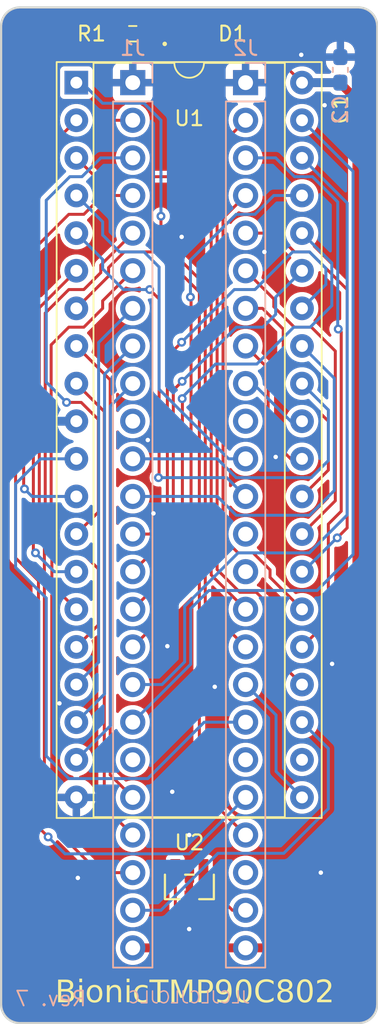
<source format=kicad_pcb>
(kicad_pcb (version 20240108) (generator "pcbnew") (generator_version "8.0")
  (title_block (title "BionicTMP90C802") (date "2024-12-10") (rev "7") (company "Tadashi G. Takaoka"))
  (layers (0 "F.Cu" signal) (31 "B.Cu" signal) (34 "B.Paste" user) (35 "F.Paste" user) (36 "B.SilkS" user "B.Silkscreen") (37 "F.SilkS" user "F.Silkscreen") (38 "B.Mask" user) (39 "F.Mask" user) (44 "Edge.Cuts" user))
  (net 0 "")
  (net 1 "VCC")
  (net 2 "GND")
  (net 3 "/P53")
  (net 5 "/P26")
  (net 6 "/P27")
  (net 7 "/P47")
  (net 8 "/P46")
  (net 9 "/P25")
  (net 10 "/P24")
  (net 11 "/P23")
  (net 12 "/P22")
  (net 13 "/P21")
  (net 14 "/P20")
  (net 15 "/P34")
  (net 16 "/P35")
  (net 17 "/P17")
  (net 18 "/P36")
  (net 19 "/P16")
  (net 20 "/P15")
  (net 21 "/P14")
  (net 22 "/P13")
  (net 23 "/P55")
  (net 24 "/P12")
  (net 25 "/P11")
  (net 26 "/P44")
  (net 27 "/P10")
  (net 28 "/P45")
  (net 29 "/P33")
  (net 30 "/P32")
  (net 31 "/P31")
  (net 32 "/P30")
  (net 33 "/P51")
  (net 34 "/P54")
  (net 35 "/P52")
  (net 36 "/P50")
  (net 37 "/P37")
  (net 38 "/P40")
  (net 42 "Net-(J2-P57)")
  (net 45 "/P41")
  (net 48 "Net-(D1-K)")
  (footprint "rhom:LED_CSL1901UW1_ROM-M" (layer "F.Cu") (at 113.7 71.778)
    (property "Reference" "D1" (at 2.921 0 0) (layer "F.SilkS"))
    (property "Value" "CSL1901UW1")
    (fp_circle (center -1.651 0.6858) (end -1.5748 0.6858) (stroke (width 0.1524)) (fill none) (layer "F.SilkS"))
    (pad "1" smd rect (at -0.8763 0) (size 0.9652 0.762) (layers "F.Cu" "F.Paste" "F.Mask") (net 48 "Net-(D1-K)"))
    (pad "2" smd rect (at 0.8763 0) (size 0.9652 0.762) (layers "F.Cu" "F.Paste" "F.Mask") (net 1 "VCC"))
    (zone (net 0) (net_name "") (layer "F.Cu") (connect_pads (clearance 0)) (min_thickness 0.254)
      (keepout (tracks not_allowed) (vias not_allowed) (pads allowed) (copperpour not_allowed) (footprints allowed))
      (fill (thermal_gap 0.508) (thermal_bridge_width 0.508))
      (polygon (pts (xy 113.3571 71.4224) (xy 114.0429 71.4224) (xy 114.0429 72.1336) (xy 113.3571 72.1336)))
    )
  )
  (footprint "bionic:DIP-40_W15.24mm_Socket" (layer "F.Cu") (at 106.08 75.08)
    (property "Reference" "U1" (at 7.62 2.413 0) (layer "F.SilkS"))
    (property "Value" "TMP90C802A")
    (fp_line (start -1.33 -1.39) (end -1.33 49.65) (stroke (width 0.12)) (layer "F.SilkS"))
    (fp_line (start -1.33 49.65) (end 16.57 49.65) (stroke (width 0.12)) (layer "F.SilkS"))
    (fp_line (start 1.16 -1.33) (end 1.16 49.59) (stroke (width 0.12)) (layer "F.SilkS"))
    (fp_line (start 1.16 49.59) (end 14.08 49.59) (stroke (width 0.12)) (layer "F.SilkS"))
    (fp_line (start 6.62 -1.33) (end 1.16 -1.33) (stroke (width 0.12)) (layer "F.SilkS"))
    (fp_line (start 14.08 -1.33) (end 8.62 -1.33) (stroke (width 0.12)) (layer "F.SilkS"))
    (fp_line (start 14.08 49.59) (end 14.08 -1.33) (stroke (width 0.12)) (layer "F.SilkS"))
    (fp_line (start 16.57 -1.39) (end -1.33 -1.39) (stroke (width 0.12)) (layer "F.SilkS"))
    (fp_line (start 16.57 49.65) (end 16.57 -1.39) (stroke (width 0.12)) (layer "F.SilkS"))
    (fp_arc (start 8.62 -1.33) (mid 7.62 -0.33) (end 6.62 -1.33) (stroke (width 0.12)) (layer "F.SilkS"))
    (pad "1" thru_hole rect (at 0 0) (size 1.6 1.6) (drill 0.8) (layers "*.Cu" "*.Mask") (net 28 "/P45"))
    (pad "2" thru_hole oval (at 0 2.54) (size 1.6 1.6) (drill 0.8) (layers "*.Cu" "*.Mask") (net 34 "/P54"))
    (pad "3" thru_hole oval (at 0 5.08) (size 1.6 1.6) (drill 0.8) (layers "*.Cu" "*.Mask") (net 26 "/P44"))
    (pad "4" thru_hole oval (at 0 7.62) (size 1.6 1.6) (drill 0.8) (layers "*.Cu" "*.Mask") (net 38 "/P40"))
    (pad "5" thru_hole oval (at 0 10.16) (size 1.6 1.6) (drill 0.8) (layers "*.Cu" "*.Mask") (net 45 "/P41"))
    (pad "6" thru_hole oval (at 0 12.7) (size 1.6 1.6) (drill 0.8) (layers "*.Cu" "*.Mask") (net 35 "/P52"))
    (pad "7" thru_hole oval (at 0 15.24) (size 1.6 1.6) (drill 0.8) (layers "*.Cu" "*.Mask") (net 23 "/P55"))
    (pad "8" thru_hole oval (at 0 17.78) (size 1.6 1.6) (drill 0.8) (layers "*.Cu" "*.Mask") (net 36 "/P50"))
    (pad "9" thru_hole oval (at 0 20.32) (size 1.6 1.6) (drill 0.8) (layers "*.Cu" "*.Mask") (net 33 "/P51"))
    (pad "10" thru_hole oval (at 0 22.86) (size 1.6 1.6) (drill 0.8) (layers "*.Cu" "*.Mask") (net 2 "GND"))
    (pad "11" thru_hole oval (at 0 25.4) (size 1.6 1.6) (drill 0.8) (layers "*.Cu" "*.Mask") (net 7 "/P47"))
    (pad "12" thru_hole oval (at 0 27.94) (size 1.6 1.6) (drill 0.8) (layers "*.Cu" "*.Mask") (net 27 "/P10"))
    (pad "13" thru_hole oval (at 0 30.48) (size 1.6 1.6) (drill 0.8) (layers "*.Cu" "*.Mask") (net 25 "/P11"))
    (pad "14" thru_hole oval (at 0 33.02) (size 1.6 1.6) (drill 0.8) (layers "*.Cu" "*.Mask") (net 24 "/P12"))
    (pad "15" thru_hole oval (at 0 35.56) (size 1.6 1.6) (drill 0.8) (layers "*.Cu" "*.Mask") (net 22 "/P13"))
    (pad "16" thru_hole oval (at 0 38.1) (size 1.6 1.6) (drill 0.8) (layers "*.Cu" "*.Mask") (net 21 "/P14"))
    (pad "17" thru_hole oval (at 0 40.64) (size 1.6 1.6) (drill 0.8) (layers "*.Cu" "*.Mask") (net 20 "/P15"))
    (pad "18" thru_hole oval (at 0 43.18) (size 1.6 1.6) (drill 0.8) (layers "*.Cu" "*.Mask") (net 19 "/P16"))
    (pad "19" thru_hole oval (at 0 45.72) (size 1.6 1.6) (drill 0.8) (layers "*.Cu" "*.Mask") (net 17 "/P17"))
    (pad "20" thru_hole oval (at 0 48.26) (size 1.6 1.6) (drill 0.8) (layers "*.Cu" "*.Mask") (net 2 "GND"))
    (pad "21" thru_hole oval (at 15.24 48.26) (size 1.6 1.6) (drill 0.8) (layers "*.Cu" "*.Mask") (net 8 "/P46"))
    (pad "22" thru_hole oval (at 15.24 45.72) (size 1.6 1.6) (drill 0.8) (layers "*.Cu" "*.Mask"))
    (pad "23" thru_hole oval (at 15.24 43.18) (size 1.6 1.6) (drill 0.8) (layers "*.Cu" "*.Mask") (net 3 "/P53"))
    (pad "24" thru_hole oval (at 15.24 40.64) (size 1.6 1.6) (drill 0.8) (layers "*.Cu" "*.Mask") (net 14 "/P20"))
    (pad "25" thru_hole oval (at 15.24 38.1) (size 1.6 1.6) (drill 0.8) (layers "*.Cu" "*.Mask") (net 13 "/P21"))
    (pad "26" thru_hole oval (at 15.24 35.56) (size 1.6 1.6) (drill 0.8) (layers "*.Cu" "*.Mask") (net 12 "/P22"))
    (pad "27" thru_hole oval (at 15.24 33.02) (size 1.6 1.6) (drill 0.8) (layers "*.Cu" "*.Mask") (net 11 "/P23"))
    (pad "28" thru_hole oval (at 15.24 30.48) (size 1.6 1.6) (drill 0.8) (layers "*.Cu" "*.Mask") (net 10 "/P24"))
    (pad "29" thru_hole oval (at 15.24 27.94) (size 1.6 1.6) (drill 0.8) (layers "*.Cu" "*.Mask") (net 9 "/P25"))
    (pad "30" thru_hole oval (at 15.24 25.4) (size 1.6 1.6) (drill 0.8) (layers "*.Cu" "*.Mask") (net 5 "/P26"))
    (pad "31" thru_hole oval (at 15.24 22.86) (size 1.6 1.6) (drill 0.8) (layers "*.Cu" "*.Mask") (net 6 "/P27"))
    (pad "32" thru_hole oval (at 15.24 20.32) (size 1.6 1.6) (drill 0.8) (layers "*.Cu" "*.Mask") (net 32 "/P30"))
    (pad "33" thru_hole oval (at 15.24 17.78) (size 1.6 1.6) (drill 0.8) (layers "*.Cu" "*.Mask") (net 31 "/P31"))
    (pad "34" thru_hole oval (at 15.24 15.24) (size 1.6 1.6) (drill 0.8) (layers "*.Cu" "*.Mask") (net 30 "/P32"))
    (pad "35" thru_hole oval (at 15.24 12.7) (size 1.6 1.6) (drill 0.8) (layers "*.Cu" "*.Mask") (net 29 "/P33"))
    (pad "36" thru_hole oval (at 15.24 10.16) (size 1.6 1.6) (drill 0.8) (layers "*.Cu" "*.Mask") (net 15 "/P34"))
    (pad "37" thru_hole oval (at 15.24 7.62) (size 1.6 1.6) (drill 0.8) (layers "*.Cu" "*.Mask") (net 16 "/P35"))
    (pad "38" thru_hole oval (at 15.24 5.08) (size 1.6 1.6) (drill 0.8) (layers "*.Cu" "*.Mask") (net 18 "/P36"))
    (pad "39" thru_hole oval (at 15.24 2.54) (size 1.6 1.6) (drill 0.8) (layers "*.Cu" "*.Mask") (net 37 "/P37"))
    (pad "40" thru_hole oval (at 15.24 0) (size 1.6 1.6) (drill 0.8) (layers "*.Cu" "*.Mask") (net 1 "VCC"))
  )
  (footprint "Resistor_SMD:R_0603_1608Metric_Pad0.98x0.95mm_HandSolder" (layer "F.Cu") (at 109.89 71.778 180)
    (property "Reference" "R1" (at 2.794 0 0) (layer "F.SilkS"))
    (property "Value" "1.6k")
    (fp_line (start -0.254724 0.5225) (end 0.254724 0.5225) (stroke (width 0.12)) (layer "F.SilkS"))
    (fp_line (start -0.254724 -0.5225) (end 0.254724 -0.5225) (stroke (width 0.12)) (layer "F.SilkS"))
    (pad "1" smd roundrect (at -0.9125 0 180) (size 0.975 0.95) (layers "F.Cu" "F.Paste" "F.Mask") (net 48 "Net-(D1-K)"))
    (pad "2" smd roundrect (at 0.9125 0 180) (size 0.975 0.95) (layers "F.Cu" "F.Paste" "F.Mask") (net 2 "GND"))
  )
  (footprint "microchip:SOT-23_MC_MCH-M" (layer "F.Cu") (at 113.715199 129.3844 180)
    (property "Reference" "U2" (at 0 2.9964 0) (layer "F.SilkS"))
    (property "Value" "11AA010-I/TT")
    (fp_line (start 1.652 0.827) (end 1.652 -0.827) (stroke (width 0.1524)) (layer "F.SilkS"))
    (fp_line (start 1.652 -0.827) (end 0.66294 -0.827) (stroke (width 0.1524)) (layer "F.SilkS"))
    (fp_line (start -0.287061 0.827) (end 0.287061 0.827) (stroke (width 0.1524)) (layer "F.SilkS"))
    (fp_line (start -0.66294 -0.827) (end -1.652 -0.827) (stroke (width 0.1524)) (layer "F.SilkS"))
    (fp_line (start -1.652 -0.827) (end -1.652 0.827) (stroke (width 0.1524)) (layer "F.SilkS"))
    (pad "1" smd rect (at -0.950001 1.066 180) (size 0.6604 1.6256) (layers "F.Cu" "F.Paste" "F.Mask") (net 42 "Net-(J2-P57)"))
    (pad "2" smd rect (at 0.950001 1.066 180) (size 0.6604 1.6256) (layers "F.Cu" "F.Paste" "F.Mask") (net 1 "VCC"))
    (pad "3" smd rect (at 0 -1.066 180) (size 0.6604 1.6256) (layers "F.Cu" "F.Paste" "F.Mask") (net 2 "GND"))
  )
  (footprint "Capacitor_SMD:C_0603_1608Metric_Pad1.08x0.95mm_HandSolder" (layer "F.Cu") (at 123.9108 74.2164 90)
    (property "Reference" "C1" (at -2.6935 0 90) (layer "F.SilkS"))
    (property "Value" "0.1u")
    (fp_line (start -0.146267 -0.51) (end 0.146267 -0.51) (stroke (width 0.12)) (layer "F.SilkS"))
    (fp_line (start -0.146267 0.51) (end 0.146267 0.51) (stroke (width 0.12)) (layer "F.SilkS"))
    (pad "1" smd roundrect (at -0.8625 0 90) (size 1.075 0.95) (layers "F.Cu" "F.Paste" "F.Mask") (net 1 "VCC"))
    (pad "2" smd roundrect (at 0.8625 0 90) (size 1.075 0.95) (layers "F.Cu" "F.Paste" "F.Mask") (net 2 "GND"))
  )
  (footprint "bionic:Bionic-P135_Vertical" (layer "B.Cu") (at 109.89 75.08 180)
    (property "Reference" "J1" (at 0 2.33 0) (layer "B.SilkS") (effects (justify mirror)))
    (property "Value" "Bionic-P135")
    (fp_line (start 1.33 -1.27) (end -1.33 -1.27) (stroke (width 0.12)) (layer "B.SilkS"))
    (fp_line (start 1.33 -59.75) (end 1.33 -1.27) (stroke (width 0.12)) (layer "B.SilkS"))
    (fp_line (start 1.33 -59.75) (end -1.33 -59.75) (stroke (width 0.12)) (layer "B.SilkS"))
    (fp_line (start 0 1.33) (end -1.33 1.33) (stroke (width 0.12)) (layer "B.SilkS"))
    (fp_line (start -1.33 1.33) (end -1.33 0) (stroke (width 0.12)) (layer "B.SilkS"))
    (fp_line (start -1.33 -59.75) (end -1.33 -1.27) (stroke (width 0.12)) (layer "B.SilkS"))
    (pad "1" thru_hole rect (at 0 0 180) (size 1.7 1.7) (drill 1) (layers "*.Cu" "*.Mask") (net 2 "GND"))
    (pad "2" thru_hole oval (at 0 -2.54 180) (size 1.7 1.7) (drill 1) (layers "*.Cu" "*.Mask") (net 27 "/P10"))
    (pad "3" thru_hole oval (at 0 -5.08 180) (size 1.7 1.7) (drill 1) (layers "*.Cu" "*.Mask") (net 25 "/P11"))
    (pad "4" thru_hole oval (at 0 -7.62 180) (size 1.7 1.7) (drill 1) (layers "*.Cu" "*.Mask") (net 24 "/P12"))
    (pad "5" thru_hole oval (at 0 -10.16 180) (size 1.7 1.7) (drill 1) (layers "*.Cu" "*.Mask") (net 22 "/P13"))
    (pad "6" thru_hole oval (at 0 -12.7 180) (size 1.7 1.7) (drill 1) (layers "*.Cu" "*.Mask") (net 21 "/P14"))
    (pad "7" thru_hole oval (at 0 -15.24 180) (size 1.7 1.7) (drill 1) (layers "*.Cu" "*.Mask") (net 20 "/P15"))
    (pad "8" thru_hole oval (at 0 -17.78 180) (size 1.7 1.7) (drill 1) (layers "*.Cu" "*.Mask") (net 19 "/P16"))
    (pad "9" thru_hole oval (at 0 -20.32 180) (size 1.7 1.7) (drill 1) (layers "*.Cu" "*.Mask") (net 17 "/P17"))
    (pad "10" thru_hole oval (at 0 -22.86 180) (size 1.7 1.7) (drill 1) (layers "*.Cu" "*.Mask"))
    (pad "11" thru_hole oval (at 0 -25.4 180) (size 1.7 1.7) (drill 1) (layers "*.Cu" "*.Mask") (net 32 "/P30"))
    (pad "12" thru_hole oval (at 0 -27.94 180) (size 1.7 1.7) (drill 1) (layers "*.Cu" "*.Mask") (net 31 "/P31"))
    (pad "13" thru_hole oval (at 0 -30.48 180) (size 1.7 1.7) (drill 1) (layers "*.Cu" "*.Mask") (net 30 "/P32"))
    (pad "14" thru_hole oval (at 0 -33.02 180) (size 1.7 1.7) (drill 1) (layers "*.Cu" "*.Mask") (net 29 "/P33"))
    (pad "15" thru_hole oval (at 0 -35.56 180) (size 1.7 1.7) (drill 1) (layers "*.Cu" "*.Mask") (net 15 "/P34"))
    (pad "16" thru_hole oval (at 0 -38.1 180) (size 1.7 1.7) (drill 1) (layers "*.Cu" "*.Mask") (net 16 "/P35"))
    (pad "17" thru_hole oval (at 0 -40.64 180) (size 1.7 1.7) (drill 1) (layers "*.Cu" "*.Mask") (net 18 "/P36"))
    (pad "18" thru_hole oval (at 0 -43.18 180) (size 1.7 1.7) (drill 1) (layers "*.Cu" "*.Mask") (net 37 "/P37"))
    (pad "19" thru_hole oval (at 0 -45.72 180) (size 1.7 1.7) (drill 1) (layers "*.Cu" "*.Mask"))
    (pad "20" thru_hole oval (at 0 -48.26 180) (size 1.7 1.7) (drill 1) (layers "*.Cu" "*.Mask") (net 36 "/P50"))
    (pad "21" thru_hole oval (at 0 -50.8 180) (size 1.7 1.7) (drill 1) (layers "*.Cu" "*.Mask") (net 33 "/P51"))
    (pad "22" thru_hole oval (at 0 -53.34 180) (size 1.7 1.7) (drill 1) (layers "*.Cu" "*.Mask") (net 35 "/P52"))
    (pad "23" thru_hole oval (at 0 -55.88 180) (size 1.7 1.7) (drill 1) (layers "*.Cu" "*.Mask") (net 3 "/P53"))
    (pad "24" thru_hole oval (at 0 -58.42 180) (size 1.7 1.7) (drill 1) (layers "*.Cu" "*.Mask") (net 1 "VCC"))
  )
  (footprint "Capacitor_SMD:C_0603_1608Metric_Pad1.08x0.95mm_HandSolder" (layer "B.Cu") (at 123.9108 74.2164 90)
    (property "Reference" "C2" (at -2.6935 0 90) (layer "B.SilkS") (effects (justify mirror)))
    (property "Value" "22u")
    (fp_line (start 0.146267 -0.51) (end -0.146267 -0.51) (stroke (width 0.12)) (layer "B.SilkS"))
    (fp_line (start 0.146267 0.51) (end -0.146267 0.51) (stroke (width 0.12)) (layer "B.SilkS"))
    (pad "1" smd roundrect (at -0.8625 0 90) (size 1.075 0.95) (layers "B.Cu" "B.Paste" "B.Mask") (net 1 "VCC"))
    (pad "2" smd roundrect (at 0.8625 0 90) (size 1.075 0.95) (layers "B.Cu" "B.Paste" "B.Mask") (net 2 "GND"))
  )
  (footprint "bionic:Bionic-P245_Vertical" (layer "B.Cu") (at 117.51 75.08 180)
    (property "Reference" "J2" (at 0 2.33 0) (layer "B.SilkS") (effects (justify mirror)))
    (property "Value" "Bionic-P245")
    (fp_line (start 1.33 -1.27) (end -1.33 -1.27) (stroke (width 0.12)) (layer "B.SilkS"))
    (fp_line (start 1.33 -59.75) (end 1.33 -1.27) (stroke (width 0.12)) (layer "B.SilkS"))
    (fp_line (start 1.33 -59.75) (end -1.33 -59.75) (stroke (width 0.12)) (layer "B.SilkS"))
    (fp_line (start 0 1.33) (end -1.33 1.33) (stroke (width 0.12)) (layer "B.SilkS"))
    (fp_line (start -1.33 1.33) (end -1.33 0) (stroke (width 0.12)) (layer "B.SilkS"))
    (fp_line (start -1.33 -59.75) (end -1.33 -1.27) (stroke (width 0.12)) (layer "B.SilkS"))
    (pad "25" thru_hole oval (at 0 -58.42 180) (size 1.7 1.7) (drill 1) (layers "*.Cu" "*.Mask") (net 1 "VCC"))
    (pad "26" thru_hole oval (at 0 -55.88 180) (size 1.7 1.7) (drill 1) (layers "*.Cu" "*.Mask") (net 42 "Net-(J2-P57)"))
    (pad "27" thru_hole oval (at 0 -53.34 180) (size 1.7 1.7) (drill 1) (layers "*.Cu" "*.Mask"))
    (pad "28" thru_hole oval (at 0 -50.8 180) (size 1.7 1.7) (drill 1) (layers "*.Cu" "*.Mask") (net 23 "/P55"))
    (pad "29" thru_hole oval (at 0 -48.26 180) (size 1.7 1.7) (drill 1) (layers "*.Cu" "*.Mask") (net 34 "/P54"))
    (pad "30" thru_hole oval (at 0 -45.72 180) (size 1.7 1.7) (drill 1) (layers "*.Cu" "*.Mask"))
    (pad "31" thru_hole oval (at 0 -43.18 180) (size 1.7 1.7) (drill 1) (layers "*.Cu" "*.Mask") (net 7 "/P47"))
    (pad "32" thru_hole oval (at 0 -40.64 180) (size 1.7 1.7) (drill 1) (layers "*.Cu" "*.Mask") (net 8 "/P46"))
    (pad "33" thru_hole oval (at 0 -38.1 180) (size 1.7 1.7) (drill 1) (layers "*.Cu" "*.Mask") (net 28 "/P45"))
    (pad "34" thru_hole oval (at 0 -35.56 180) (size 1.7 1.7) (drill 1) (layers "*.Cu" "*.Mask") (net 26 "/P44"))
    (pad "35" thru_hole oval (at 0 -33.02 180) (size 1.7 1.7) (drill 1) (layers "*.Cu" "*.Mask"))
    (pad "36" thru_hole oval (at 0 -30.48 180) (size 1.7 1.7) (drill 1) (layers "*.Cu" "*.Mask"))
    (pad "37" thru_hole oval (at 0 -27.94 180) (size 1.7 1.7) (drill 1) (layers "*.Cu" "*.Mask") (net 45 "/P41"))
    (pad "38" thru_hole oval (at 0 -25.4 180) (size 1.7 1.7) (drill 1) (layers "*.Cu" "*.Mask") (net 38 "/P40"))
    (pad "39" thru_hole oval (at 0 -22.86 180) (size 1.7 1.7) (drill 1) (layers "*.Cu" "*.Mask"))
    (pad "40" thru_hole oval (at 0 -20.32 180) (size 1.7 1.7) (drill 1) (layers "*.Cu" "*.Mask") (net 6 "/P27"))
    (pad "41" thru_hole oval (at 0 -17.78 180) (size 1.7 1.7) (drill 1) (layers "*.Cu" "*.Mask") (net 5 "/P26"))
    (pad "42" thru_hole oval (at 0 -15.24 180) (size 1.7 1.7) (drill 1) (layers "*.Cu" "*.Mask") (net 9 "/P25"))
    (pad "43" thru_hole oval (at 0 -12.7 180) (size 1.7 1.7) (drill 1) (layers "*.Cu" "*.Mask") (net 10 "/P24"))
    (pad "44" thru_hole oval (at 0 -10.16 180) (size 1.7 1.7) (drill 1) (layers "*.Cu" "*.Mask") (net 11 "/P23"))
    (pad "45" thru_hole oval (at 0 -7.62 180) (size 1.7 1.7) (drill 1) (layers "*.Cu" "*.Mask") (net 12 "/P22"))
    (pad "46" thru_hole oval (at 0 -5.08 180) (size 1.7 1.7) (drill 1) (layers "*.Cu" "*.Mask") (net 13 "/P21"))
    (pad "47" thru_hole oval (at 0 -2.54 180) (size 1.7 1.7) (drill 1) (layers "*.Cu" "*.Mask") (net 14 "/P20"))
    (pad "48" thru_hole rect (at 0 0 180) (size 1.7 1.7) (drill 1) (layers "*.Cu" "*.Mask") (net 2 "GND"))
  )
  (gr_line (start 101 71.27) (end 101 137.31) (stroke (width 0.15)) (layer "Edge.Cuts"))
  (gr_line (start 125.13 70) (end 102.27 70) (stroke (width 0.15)) (layer "Edge.Cuts"))
  (gr_arc (start 125.13 70) (mid 126.028026 70.371974) (end 126.4 71.27) (stroke (width 0.15)) (layer "Edge.Cuts"))
  (gr_arc (start 101 71.27) (mid 101.371974 70.371974) (end 102.27 70) (stroke (width 0.15)) (layer "Edge.Cuts"))
  (gr_arc (start 126.4 137.31) (mid 126.028026 138.208026) (end 125.13 138.58) (stroke (width 0.15)) (layer "Edge.Cuts"))
  (gr_line (start 102.27 138.58) (end 125.13 138.58) (stroke (width 0.15)) (layer "Edge.Cuts"))
  (gr_arc (start 102.27 138.58) (mid 101.371974 138.208026) (end 101 137.31) (stroke (width 0.15)) (layer "Edge.Cuts"))
  (gr_line (start 126.4 137.31) (end 126.4 71.27) (stroke (width 0.15)) (layer "Edge.Cuts"))
  (gr_text "JLCJLCJLCJLC" (at 113.7 137.31 0) (layer "B.SilkS") (effects (font (size 0.8 0.8)) (justify bottom mirror)))
  (gr_text "Rev. 7" (at 106.842 136.929 0) (layer "B.SilkS") (effects (font (size 1 1)) (justify left mirror)))
  (gr_text "BionicTMP90C802" (at 114.081 136.548 0) (layer "F.SilkS") (effects (font (size 1.5 1.5))))
  (segment (start 123.86 75.08) (end 122.844 75.08) (width 0.6) (layer "F.Cu") (net 1))
  (segment (start 121.32 133.5) (end 125.0284 129.7916) (width 0.6) (layer "F.Cu") (net 1))
  (segment (start 125.0284 76.2484) (end 123.86 75.08) (width 0.6) (layer "F.Cu") (net 1))
  (segment (start 118.018 71.778) (end 121.32 75.08) (width 0.2) (layer "F.Cu") (net 1))
  (segment (start 117.51 133.5) (end 121.32 133.5) (width 0.6) (layer "F.Cu") (net 1))
  (segment (start 112.811 133.5) (end 117.51 133.5) (width 0.6) (layer "F.Cu") (net 1))
  (segment (start 114.5763 71.778) (end 118.018 71.778) (width 0.2) (layer "F.Cu") (net 1))
  (segment (start 112.765198 128.3184) (end 112.765198 133.454198) (width 0.2) (layer "F.Cu") (net 1))
  (segment (start 125.0284 129.7916) (end 125.0284 76.2484) (width 0.6) (layer "F.Cu") (net 1))
  (segment (start 109.89 133.5) (end 112.811 133.5) (width 0.6) (layer "F.Cu") (net 1))
  (segment (start 122.844 75.08) (end 121.32 75.08) (width 0.6) (layer "F.Cu") (net 1))
  (segment (start 123.86 74.9265) (end 123.86 75.08) (width 0.8) (layer "F.Cu") (net 1))
  (segment (start 112.765198 133.454198) (end 112.811 133.5) (width 0.2) (layer "F.Cu") (net 1))
  (segment (start 121.3211 75.0789) (end 121.32 75.08) (width 0.8) (layer "B.Cu") (net 1))
  (segment (start 123.9108 75.0789) (end 121.3211 75.0789) (width 0.6) (layer "B.Cu") (net 1))
  (via (at 122.844 76.604) (size 0.6) (drill 0.3) (layers "F.Cu" "B.Cu") (net 2))
  (via (at 119.542 100.353) (size 0.6) (drill 0.3) (layers "F.Cu" "B.Cu") (net 2))
  (via (at 106.1816 128.7756) (size 0.6) (drill 0.3) (layers "F.Cu" "B.Cu") (net 2))
  (via (at 115.4272 115.8724) (size 0.6) (drill 0.3) (layers "F.Cu" "B.Cu") (net 2))
  (via (at 123.352 114.323) (size 0.6) (drill 0.3) (layers "F.Cu" "B.Cu") (net 2))
  (via (at 112.2268 113.1292) (size 0.6) (drill 0.3) (layers "F.Cu" "B.Cu") (net 2))
  (via (at 110.906 99.21) (size 0.6) (drill 0.3) (layers "F.Cu" "B.Cu") (net 2))
  (via (at 104.937 116.99) (size 0.6) (drill 0.3) (layers "F.Cu" "B.Cu") (net 2))
  (via (at 118.78 86.51) (size 0.6) (drill 0.3) (layers "F.Cu" "B.Cu") (net 2))
  (via (at 121.2692 73.2004) (size 0.6) (drill 0.3) (layers "F.Cu" "B.Cu") (net 2))
  (via (at 111.287 104.163) (size 0.6) (drill 0.3) (layers "F.Cu" "B.Cu") (net 2))
  (via (at 113.192 85.494) (size 0.6) (drill 0.3) (layers "F.Cu" "B.Cu") (net 2))
  (via (at 122.59 128.42) (size 0.6) (drill 0.3) (layers "F.Cu" "B.Cu") (net 2))
  (via (at 113.7 125.88) (size 0.6) (drill 0.3) (layers "F.Cu" "B.Cu") (net 2))
  (via (at 112.557 122.959) (size 0.6) (drill 0.3) (layers "F.Cu" "B.Cu") (net 2))
  (via (at 113.7 132.23) (size 0.6) (drill 0.3) (layers "F.Cu" "B.Cu") (net 2))
  (segment (start 106.08 97.94) (end 104.3528 97.94) (width 0.6) (layer "B.Cu") (net 2))
  (segment (start 120.0864 127.1136) (end 123.098 124.102) (width 0.2) (layer "B.Cu") (net 3))
  (segment (start 109.89 130.96) (end 111.795 130.96) (width 0.2) (layer "B.Cu") (net 3))
  (segment (start 111.795 130.96) (end 115.6414 127.1136) (width 0.2) (layer "B.Cu") (net 3))
  (segment (start 123.098 120.038) (end 121.32 118.26) (width 0.2) (layer "B.Cu") (net 3))
  (segment (start 115.6414 127.1136) (end 120.0864 127.1136) (width 0.2) (layer "B.Cu") (net 3))
  (segment (start 123.098 124.102) (end 123.098 120.038) (width 0.2) (layer "B.Cu") (net 3))
  (segment (start 119.034 94.384) (end 119.034 98.956) (width 0.2) (layer "F.Cu") (net 5))
  (segment (start 120.558 100.48) (end 121.32 100.48) (width 0.2) (layer "F.Cu") (net 5))
  (segment (start 119.034 98.956) (end 120.558 100.48) (width 0.2) (layer "F.Cu") (net 5))
  (segment (start 117.51 92.86) (end 119.034 94.384) (width 0.2) (layer "F.Cu") (net 5))
  (segment (start 120.558 97.94) (end 121.32 97.94) (width 0.2) (layer "B.Cu") (net 6))
  (segment (start 118.018 95.4) (end 120.558 97.94) (width 0.2) (layer "B.Cu") (net 6))
  (segment (start 117.51 95.4) (end 118.018 95.4) (width 0.2) (layer "B.Cu") (net 6))
  (segment (start 104.048 120.546) (end 105.572 122.07) (width 0.2) (layer "B.Cu") (net 7))
  (segment (start 110.906 122.07) (end 114.716 118.26) (width 0.2) (layer "B.Cu") (net 7))
  (segment (start 114.716 118.26) (end 117.51 118.26) (width 0.2) (layer "B.Cu") (net 7))
  (segment (start 103.667 100.48) (end 101.978 102.169) (width 0.2) (layer "B.Cu") (net 7))
  (segment (start 106.08 100.48) (end 103.667 100.48) (width 0.2) (layer "B.Cu") (net 7))
  (segment (start 101.978 107.808) (end 104.048 109.878) (width 0.2) (layer "B.Cu") (net 7))
  (segment (start 104.048 109.878) (end 104.048 120.546) (width 0.2) (layer "B.Cu") (net 7))
  (segment (start 101.978 102.169) (end 101.978 107.808) (width 0.2) (layer "B.Cu") (net 7))
  (segment (start 105.572 122.07) (end 110.906 122.07) (width 0.2) (layer "B.Cu") (net 7))
  (segment (start 117.51 115.72) (end 119.5674 117.7774) (width 0.2) (layer "B.Cu") (net 8))
  (segment (start 119.5674 121.5874) (end 121.32 123.34) (width 0.2) (layer "B.Cu") (net 8))
  (segment (start 119.5674 117.7774) (end 119.5674 121.5874) (width 0.2) (layer "B.Cu") (net 8))
  (segment (start 118.653 90.32) (end 120.05 91.717) (width 0.2) (layer "F.Cu") (net 9))
  (segment (start 123.098 97.94) (end 123.098 101.242) (width 0.2) (layer "F.Cu") (net 9))
  (segment (start 123.098 101.242) (end 121.32 103.02) (width 0.2) (layer "F.Cu") (net 9))
  (segment (start 121.828 96.67) (end 123.098 97.94) (width 0.2) (layer "F.Cu") (net 9))
  (segment (start 117.51 90.32) (end 118.653 90.32) (width 0.2) (layer "F.Cu") (net 9))
  (segment (start 120.05 91.717) (end 120.05 95.908) (width 0.2) (layer "F.Cu") (net 9))
  (segment (start 120.05 95.908) (end 120.812 96.67) (width 0.2) (layer "F.Cu") (net 9))
  (segment (start 120.812 96.67) (end 121.828 96.67) (width 0.2) (layer "F.Cu") (net 9))
  (segment (start 120.796182 91.59) (end 119.415 90.208818) (width 0.2) (layer "F.Cu") (net 10))
  (segment (start 123.568 93.203) (end 121.955 91.59) (width 0.2) (layer "F.Cu") (net 10))
  (segment (start 119.415 90.208818) (end 119.415 89.685) (width 0.2) (layer "F.Cu") (net 10))
  (segment (start 121.32 105.56) (end 123.568 103.312) (width 0.2) (layer "F.Cu") (net 10))
  (segment (start 119.415 89.685) (end 117.51 87.78) (width 0.2) (layer "F.Cu") (net 10))
  (segment (start 123.568 103.312) (end 123.568 93.203) (width 0.2) (layer "F.Cu") (net 10))
  (segment (start 121.955 91.59) (end 120.796182 91.59) (width 0.2) (layer "F.Cu") (net 10))
  (segment (start 120.812 86.51) (end 119.542 85.24) (width 0.2) (layer "F.Cu") (net 11))
  (segment (start 124.368 89.05) (end 121.828 86.51) (width 0.2) (layer "F.Cu") (net 11))
  (segment (start 121.828 86.51) (end 120.812 86.51) (width 0.2) (layer "F.Cu") (net 11))
  (segment (start 123.698 105.814) (end 124.368 105.144) (width 0.2) (layer "F.Cu") (net 11))
  (segment (start 124.368 105.144) (end 124.368 89.05) (width 0.2) (layer "F.Cu") (net 11))
  (segment (start 119.542 85.24) (end 117.51 85.24) (width 0.2) (layer "F.Cu") (net 11))
  (via (at 123.698 105.814) (size 0.6) (drill 0.3) (layers "F.Cu" "B.Cu") (net 11))
  (segment (start 123.698 105.814) (end 123.675146 105.814) (width 0.2) (layer "B.Cu") (net 11))
  (segment (start 121.389146 108.1) (end 121.32 108.1) (width 0.2) (layer "B.Cu") (net 11))
  (segment (start 123.675146 105.814) (end 121.389146 108.1) (width 0.2) (layer "B.Cu") (net 11))
  (segment (start 117.51 82.7) (end 115.986 84.224) (width 0.2) (layer "F.Cu") (net 12))
  (segment (start 119.161 108.481) (end 121.32 110.64) (width 0.2) (layer "F.Cu") (net 12))
  (segment (start 117.002 106.83) (end 118.018 106.83) (width 0.2) (layer "F.Cu") (net 12))
  (segment (start 115.986 105.814) (end 117.002 106.83) (width 0.2) (layer "F.Cu") (net 12))
  (segment (start 115.986 84.224) (end 115.986 105.814) (width 0.2) (layer "F.Cu") (net 12))
  (segment (start 118.018 106.83) (end 119.161 107.973) (width 0.2) (layer "F.Cu") (net 12))
  (segment (start 119.161 107.973) (end 119.161 108.481) (width 0.2) (layer "F.Cu") (net 12))
  (segment (start 123.968 104.0169) (end 123.098 104.8869) (width 0.2) (layer "F.Cu") (net 13))
  (segment (start 123.768 91.717) (end 123.968 91.917) (width 0.2) (layer "F.Cu") (net 13))
  (segment (start 123.098 104.8869) (end 123.098 111.402) (width 0.2) (layer "F.Cu") (net 13))
  (segment (start 123.968 91.917) (end 123.968 104.0169) (width 0.2) (layer "F.Cu") (net 13))
  (segment (start 123.098 111.402) (end 121.32 113.18) (width 0.2) (layer "F.Cu") (net 13))
  (via (at 123.768 91.717) (size 0.6) (drill 0.3) (layers "F.Cu" "B.Cu") (net 13))
  (segment (start 119.542 80.16) (end 117.51 80.16) (width 0.2) (layer "B.Cu") (net 13))
  (segment (start 123.768 91.717) (end 123.733 91.682) (width 0.2) (layer "B.Cu") (net 13))
  (segment (start 123.733 91.682) (end 123.733 83.138686) (width 0.2) (layer "B.Cu") (net 13))
  (segment (start 120.812 81.43) (end 119.542 80.16) (width 0.2) (layer "B.Cu") (net 13))
  (segment (start 123.733 83.138686) (end 122.024314 81.43) (width 0.2) (layer "B.Cu") (net 13))
  (segment (start 122.024314 81.43) (end 120.812 81.43) (width 0.2) (layer "B.Cu") (net 13))
  (segment (start 118.2337 109.49) (end 119.415 110.6713) (width 0.2) (layer "F.Cu") (net 14))
  (segment (start 117.122 109.49) (end 118.2337 109.49) (width 0.2) (layer "F.Cu") (net 14))
  (segment (start 115.586 107.954) (end 117.122 109.49) (width 0.2) (layer "F.Cu") (net 14))
  (segment (start 119.415 110.6713) (end 119.415 113.815) (width 0.2) (layer "F.Cu") (net 14))
  (segment (start 119.415 113.815) (end 121.32 115.72) (width 0.2) (layer "F.Cu") (net 14))
  (segment (start 117.51 77.62) (end 115.586 79.544) (width 0.2) (layer "F.Cu") (net 14))
  (segment (start 115.586 79.544) (end 115.586 107.954) (width 0.2) (layer "F.Cu") (net 14))
  (segment (start 113.2428 107.2872) (end 109.89 110.64) (width 0.2) (layer "F.Cu") (net 15))
  (segment (start 113.227 96.416) (end 113.2428 96.4318) (width 0.2) (layer "F.Cu") (net 15))
  (segment (start 113.2428 96.4318) (end 113.2428 107.2872) (width 0.2) (layer "F.Cu") (net 15))
  (via (at 113.227 96.416) (size 0.6) (drill 0.3) (layers "F.Cu" "B.Cu") (net 15))
  (segment (start 113.227 96.3302) (end 115.478 94.0792) (width 0.2) (layer "B.Cu") (net 15))
  (segment (start 123.333 90.1358) (end 123.333 87.253) (width 0.2) (layer "B.Cu") (net 15))
  (segment (start 115.478 94.0792) (end 118.272 94.0792) (width 0.2) (layer "B.Cu") (net 15))
  (segment (start 118.272 94.0792) (end 120.7612 91.59) (width 0.2) (layer "B.Cu") (net 15))
  (segment (start 123.333 87.253) (end 121.32 85.24) (width 0.2) (layer "B.Cu") (net 15))
  (segment (start 113.227 96.416) (end 113.227 96.3302) (width 0.2) (layer "B.Cu") (net 15))
  (segment (start 120.7612 91.59) (end 121.8788 91.59) (width 0.2) (layer "B.Cu") (net 15))
  (segment (start 121.8788 91.59) (end 123.333 90.1358) (width 0.2) (layer "B.Cu") (net 15))
  (segment (start 113.827 109.243) (end 109.89 113.18) (width 0.2) (layer "F.Cu") (net 16))
  (segment (start 113.786 89.558) (end 113.827 89.599) (width 0.2) (layer "F.Cu") (net 16))
  (segment (start 113.827 89.599) (end 113.827 109.243) (width 0.2) (layer "F.Cu") (net 16))
  (via (at 113.786 89.558) (size 0.6) (drill 0.3) (layers "F.Cu" "B.Cu") (net 16))
  (segment (start 113.786 89.558) (end 113.786 87.059) (width 0.2) (layer "B.Cu") (net 16))
  (segment (start 113.786 87.059) (end 116.875 83.97) (width 0.2) (layer "B.Cu") (net 16))
  (segment (start 116.875 83.97) (end 118.145 83.97) (width 0.2) (layer "B.Cu") (net 16))
  (segment (start 119.415 82.7) (end 121.32 82.7) (width 0.2) (layer "B.Cu") (net 16))
  (segment (start 118.145 83.97) (end 119.415 82.7) (width 0.2) (layer "B.Cu") (net 16))
  (segment (start 108.385 96.905) (end 109.89 95.4) (width 0.2) (layer "B.Cu") (net 17))
  (segment (start 106.08 120.8) (end 108.385 118.495) (width 0.2) (layer "B.Cu") (net 17))
  (segment (start 108.385 118.495) (end 108.385 96.905) (width 0.2) (layer "B.Cu") (net 17))
  (segment (start 113.3952 114.189114) (end 111.864314 115.72) (width 0.2) (layer "B.Cu") (net 18))
  (segment (start 121.810617 106.83) (end 117.002 106.83) (width 0.2) (layer "B.Cu") (net 18))
  (segment (start 124.368 104.272617) (end 121.810617 106.83) (width 0.2) (layer "B.Cu") (net 18))
  (segment (start 117.002 106.83) (end 113.3952 110.4368) (width 0.2) (layer "B.Cu") (net 18))
  (segment (start 124.368 83.208) (end 124.368 104.272617) (width 0.2) (layer "B.Cu") (net 18))
  (segment (start 121.32 80.16) (end 124.368 83.208) (width 0.2) (layer "B.Cu") (net 18))
  (segment (start 111.864314 115.72) (end 109.89 115.72) (width 0.2) (layer "B.Cu") (net 18))
  (segment (start 113.3952 110.4368) (end 113.3952 114.189114) (width 0.2) (layer "B.Cu") (net 18))
  (segment (start 107.985 94.765) (end 109.89 92.86) (width 0.2) (layer "B.Cu") (net 19))
  (segment (start 106.08 118.26) (end 107.985 116.355) (width 0.2) (layer "B.Cu") (net 19))
  (segment (start 107.985 116.355) (end 107.985 94.765) (width 0.2) (layer "B.Cu") (net 19))
  (segment (start 107.585 114.215) (end 107.585 92.625) (width 0.2) (layer "B.Cu") (net 20))
  (segment (start 107.585 92.625) (end 109.89 90.32) (width 0.2) (layer "B.Cu") (net 20))
  (segment (start 106.08 115.72) (end 107.585 114.215) (width 0.2) (layer "B.Cu") (net 20))
  (segment (start 104.378 92.784) (end 104.378 105.7504) (width 0.2) (layer "F.Cu") (net 21))
  (segment (start 107.858 90.32) (end 106.588 91.59) (width 0.2) (layer "F.Cu") (net 21))
  (segment (start 107.858 89.812) (end 107.858 90.32) (width 0.2) (layer "F.Cu") (net 21))
  (segment (start 106.588 91.59) (end 105.572 91.59) (width 0.2) (layer "F.Cu") (net 21))
  (segment (start 109.89 87.78) (end 107.858 89.812) (width 0.2) (layer "F.Cu") (net 21))
  (segment (start 106.4864 106.83) (end 107.566 107.9096) (width 0.2) (layer "F.Cu") (net 21))
  (segment (start 104.378 105.7504) (end 105.4576 106.83) (width 0.2) (layer "F.Cu") (net 21))
  (segment (start 105.572 91.59) (end 104.378 92.784) (width 0.2) (layer "F.Cu") (net 21))
  (segment (start 107.566 107.9096) (end 107.566 111.694) (width 0.2) (layer "F.Cu") (net 21))
  (segment (start 105.4576 106.83) (end 106.4864 106.83) (width 0.2) (layer "F.Cu") (net 21))
  (segment (start 107.566 111.694) (end 106.08 113.18) (width 0.2) (layer "F.Cu") (net 21))
  (segment (start 104.429 106.367086) (end 104.429 108.989) (width 0.2) (layer "F.Cu") (net 22))
  (segment (start 107.731 87.399) (end 107.731 87.907) (width 0.2) (layer "F.Cu") (net 22))
  (segment (start 107.731 87.907) (end 106.588 89.05) (width 0.2) (layer "F.Cu") (net 22))
  (segment (start 105.572 89.05) (end 103.978 90.644) (width 0.2) (layer "F.Cu") (net 22))
  (segment (start 106.588 89.05) (end 105.572 89.05) (width 0.2) (layer "F.Cu") (net 22))
  (segment (start 103.978 105.916086) (end 104.429 106.367086) (width 0.2) (layer "F.Cu") (net 22))
  (segment (start 104.429 108.989) (end 106.08 110.64) (width 0.2) (layer "F.Cu") (net 22))
  (segment (start 103.978 90.644) (end 103.978 105.916086) (width 0.2) (layer "F.Cu") (net 22))
  (segment (start 109.89 85.24) (end 107.731 87.399) (width 0.2) (layer "F.Cu") (net 22))
  (segment (start 111.679628 86.51) (end 109.312686 86.51) (width 0.2) (layer "F.Cu") (net 23))
  (segment (start 108.258 88.142) (end 106.08 90.32) (width 0.2) (layer "F.Cu") (net 23))
  (segment (start 117.51 125.88) (end 114.386 122.756) (width 0.2) (layer "F.Cu") (net 23))
  (segment (start 109.312686 86.51) (end 108.258 87.564686) (width 0.2) (layer "F.Cu") (net 23))
  (segment (start 114.386 89.216372) (end 111.679628 86.51) (width 0.2) (layer "F.Cu") (net 23))
  (segment (start 114.386 122.756) (end 114.386 89.216372) (width 0.2) (layer "F.Cu") (net 23))
  (segment (start 108.258 87.564686) (end 108.258 88.142) (width 0.2) (layer "F.Cu") (net 23))
  (segment (start 103.178 86.364) (end 105.572 83.97) (width 0.2) (layer "F.Cu") (net 24))
  (segment (start 105.572 83.97) (end 106.588 83.97) (width 0.2) (layer "F.Cu") (net 24))
  (segment (start 103.178 106.687) (end 103.178 86.364) (width 0.2) (layer "F.Cu") (net 24))
  (segment (start 107.858 82.7) (end 109.89 82.7) (width 0.2) (layer "F.Cu") (net 24))
  (segment (start 103.321 106.83) (end 103.178 106.687) (width 0.2) (layer "F.Cu") (net 24))
  (segment (start 106.588 83.97) (end 107.858 82.7) (width 0.2) (layer "F.Cu") (net 24))
  (via (at 103.321 106.83) (size 0.6) (drill 0.3) (layers "F.Cu" "B.Cu") (net 24))
  (segment (start 103.321 106.83) (end 104.591 108.1) (width 0.2) (layer "B.Cu") (net 24))
  (segment (start 104.591 108.1) (end 106.08 108.1) (width 0.2) (layer "B.Cu") (net 24))
  (segment (start 107.566 104.074) (end 106.08 105.56) (width 0.2) (layer "F.Cu") (net 25))
  (segment (start 106.4102 96.67) (end 107.566 97.8258) (width 0.2) (layer "F.Cu") (net 25))
  (segment (start 107.566 97.8258) (end 107.566 104.074) (width 0.2) (layer "F.Cu") (net 25))
  (segment (start 105.4196 96.67) (end 106.4102 96.67) (width 0.2) (layer "F.Cu") (net 25))
  (via (at 105.4196 96.67) (size 0.6) (drill 0.3) (layers "F.Cu" "B.Cu") (net 25))
  (segment (start 104.048 95.2984) (end 104.048 83.0241) (width 0.2) (layer "B.Cu") (net 25))
  (segment (start 107.731 80.16) (end 109.89 80.16) (width 0.2) (layer "B.Cu") (net 25))
  (segment (start 105.4196 96.67) (end 104.048 95.2984) (width 0.2) (layer "B.Cu") (net 25))
  (segment (start 106.461 81.43) (end 107.731 80.16) (width 0.2) (layer "B.Cu") (net 25))
  (segment (start 105.6421 81.43) (end 106.461 81.43) (width 0.2) (layer "B.Cu") (net 25))
  (segment (start 104.048 83.0241) (end 105.6421 81.43) (width 0.2) (layer "B.Cu") (net 25))
  (segment (start 112.684 81.43) (end 107.35 81.43) (width 0.2) (layer "F.Cu") (net 26))
  (segment (start 117.51 110.64) (end 115.186 108.316) (width 0.2) (layer "F.Cu") (net 26))
  (segment (start 115.186 83.932) (end 112.684 81.43) (width 0.2) (layer "F.Cu") (net 26))
  (segment (start 115.186 108.316) (end 115.186 83.932) (width 0.2) (layer "F.Cu") (net 26))
  (segment (start 107.35 81.43) (end 106.08 80.16) (width 0.2) (layer "F.Cu") (net 26))
  (segment (start 102.524 81.741686) (end 105.375686 78.89) (width 0.2) (layer "F.Cu") (net 27))
  (segment (start 106.588 78.89) (end 107.858 77.62) (width 0.2) (layer "F.Cu") (net 27))
  (segment (start 107.858 77.62) (end 109.89 77.62) (width 0.2) (layer "F.Cu") (net 27))
  (segment (start 102.524 102.458) (end 102.524 81.741686) (width 0.2) (layer "F.Cu") (net 27))
  (segment (start 102.578 102.512) (end 102.524 102.458) (width 0.2) (layer "F.Cu") (net 27))
  (segment (start 105.375686 78.89) (end 106.588 78.89) (width 0.2) (layer "F.Cu") (net 27))
  (via (at 102.578 102.512) (size 0.6) (drill 0.3) (layers "F.Cu" "B.Cu") (net 27))
  (segment (start 103.086 103.02) (end 106.08 103.02) (width 0.2) (layer "B.Cu") (net 27))
  (segment (start 102.578 102.512) (end 103.086 103.02) (width 0.2) (layer "B.Cu") (net 27))
  (segment (start 114.786 110.456) (end 117.51 113.18) (width 0.2) (layer "F.Cu") (net 28))
  (segment (start 111.795 85.748) (end 114.786 88.739) (width 0.2) (layer "F.Cu") (net 28))
  (segment (start 111.795 84.097) (end 111.795 85.748) (width 0.2) (layer "F.Cu") (net 28))
  (segment (start 114.786 88.739) (end 114.786 110.456) (width 0.2) (layer "F.Cu") (net 28))
  (via (at 111.795 84.097) (size 0.6) (drill 0.3) (layers "F.Cu" "B.Cu") (net 28))
  (segment (start 110.645 76.47) (end 107.851 76.47) (width 0.2) (layer "B.Cu") (net 28))
  (segment (start 106.461 75.08) (end 106.08 75.08) (width 0.2) (layer "B.Cu") (net 28))
  (segment (start 111.795 84.097) (end 111.795 77.62) (width 0.2) (layer "B.Cu") (net 28))
  (segment (start 107.851 76.47) (end 106.461 75.08) (width 0.2) (layer "B.Cu") (net 28))
  (segment (start 111.795 77.62) (end 110.645 76.47) (width 0.2) (layer "B.Cu") (net 28))
  (segment (start 113.227 95.2476) (end 112.627 95.8476) (width 0.2) (layer "F.Cu") (net 29))
  (segment (start 112.627 95.8476) (end 112.627 105.363) (width 0.2) (layer "F.Cu") (net 29))
  (segment (start 112.627 105.363) (end 109.89 108.1) (width 0.2) (layer "F.Cu") (net 29))
  (via (at 113.227 95.2476) (size 0.6) (drill 0.3) (layers "F.Cu" "B.Cu") (net 29))
  (segment (start 116.8846 91.59) (end 118.6784 91.59) (width 0.2) (layer "B.Cu") (net 29))
  (segment (start 119.542 90.7264) (end 119.542 89.558) (width 0.2) (layer "B.Cu") (net 29))
  (segment (start 113.227 95.2476) (end 116.8846 91.59) (width 0.2) (layer "B.Cu") (net 29))
  (segment (start 118.6784 91.59) (end 119.542 90.7264) (width 0.2) (layer "B.Cu") (net 29))
  (segment (start 119.542 89.558) (end 121.32 87.78) (width 0.2) (layer "B.Cu") (net 29))
  (segment (start 112.227 104.366) (end 111.033 105.56) (width 0.2) (layer "F.Cu") (net 30))
  (segment (start 111.033 105.56) (end 109.89 105.56) (width 0.2) (layer "F.Cu") (net 30))
  (segment (start 112.227 93.571) (end 112.227 104.366) (width 0.2) (layer "F.Cu") (net 30))
  (segment (start 113.192 92.606) (end 112.227 93.571) (width 0.2) (layer "F.Cu") (net 30))
  (via (at 113.192 92.606) (size 0.6) (drill 0.3) (layers "F.Cu" "B.Cu") (net 30))
  (segment (start 118.145 89.05) (end 116.748 89.05) (width 0.2) (layer "B.Cu") (net 30))
  (segment (start 121.828 86.51) (end 120.685 86.51) (width 0.2) (layer "B.Cu") (net 30))
  (segment (start 120.685 86.51) (end 118.145 89.05) (width 0.2) (layer "B.Cu") (net 30))
  (segment (start 122.933 87.615) (end 121.828 86.51) (width 0.2) (layer "B.Cu") (net 30))
  (segment (start 122.933 88.707) (end 122.933 87.615) (width 0.2) (layer "B.Cu") (net 30))
  (segment (start 116.748 89.05) (end 113.192 92.606) (width 0.2) (layer "B.Cu") (net 30))
  (segment (start 121.32 90.32) (end 122.933 88.707) (width 0.2) (layer "B.Cu") (net 30))
  (segment (start 115.605 103.02) (end 109.89 103.02) (width 0.2) (layer "B.Cu") (net 31))
  (segment (start 121.828 104.29) (end 116.875 104.29) (width 0.2) (layer "B.Cu") (net 31))
  (segment (start 116.875 104.29) (end 115.605 103.02) (width 0.2) (layer "B.Cu") (net 31))
  (segment (start 123.498 102.62) (end 121.828 104.29) (width 0.2) (layer "B.Cu") (net 31))
  (segment (start 121.32 92.86) (end 123.498 95.038) (width 0.2) (layer "B.Cu") (net 31))
  (segment (start 123.498 95.038) (end 123.498 102.62) (width 0.2) (layer "B.Cu") (net 31))
  (segment (start 116.875 101.75) (end 115.605 100.48) (width 0.2) (layer "B.Cu") (net 32))
  (segment (start 123.098 100.597635) (end 121.945635 101.75) (width 0.2) (layer "B.Cu") (net 32))
  (segment (start 123.098 97.178) (end 123.098 100.597635) (width 0.2) (layer "B.Cu") (net 32))
  (segment (start 121.32 95.4) (end 123.098 97.178) (width 0.2) (layer "B.Cu") (net 32))
  (segment (start 121.945635 101.75) (end 116.875 101.75) (width 0.2) (layer "B.Cu") (net 32))
  (segment (start 115.605 100.48) (end 109.89 100.48) (width 0.2) (layer "B.Cu") (net 32))
  (segment (start 109.89 125.88) (end 107.966 123.956) (width 0.2) (layer "F.Cu") (net 33))
  (segment (start 107.966 123.956) (end 107.966 97.286) (width 0.2) (layer "F.Cu") (net 33))
  (segment (start 107.966 97.286) (end 106.08 95.4) (width 0.2) (layer "F.Cu") (net 33))
  (segment (start 101.978 81.722) (end 106.08 77.62) (width 0.2) (layer "F.Cu") (net 34))
  (segment (start 101.978 107.173) (end 101.978 81.722) (width 0.2) (layer "F.Cu") (net 34))
  (segment (start 104.175 126.007) (end 103.521 125.353) (width 0.2) (layer "F.Cu") (net 34))
  (segment (start 103.521 125.353) (end 103.521 108.716) (width 0.2) (layer "F.Cu") (net 34))
  (segment (start 103.521 108.716) (end 101.978 107.173) (width 0.2) (layer "F.Cu") (net 34))
  (via (at 104.175 126.007) (size 0.6) (drill 0.3) (layers "F.Cu" "B.Cu") (net 34))
  (segment (start 113.7 127.15) (end 117.51 123.34) (width 0.2) (layer "B.Cu") (net 34))
  (segment (start 105.318 127.15) (end 113.7 127.15) (width 0.2) (layer "B.Cu") (net 34))
  (segment (start 104.175 126.007) (end 105.318 127.15) (width 0.2) (layer "B.Cu") (net 34))
  (segment (start 103.921 106.424771) (end 103.578 106.081771) (width 0.2) (layer "F.Cu") (net 35))
  (segment (start 103.578 90.282) (end 106.08 87.78) (width 0.2) (layer "F.Cu") (net 35))
  (segment (start 107.604 128.42) (end 103.921 124.737) (width 0.2) (layer "F.Cu") (net 35))
  (segment (start 103.578 106.081771) (end 103.578 90.282) (width 0.2) (layer "F.Cu") (net 35))
  (segment (start 103.921 124.737) (end 103.921 106.424771) (width 0.2) (layer "F.Cu") (net 35))
  (segment (start 109.89 128.42) (end 107.604 128.42) (width 0.2) (layer "F.Cu") (net 35))
  (segment (start 108.366 95.146) (end 108.366 121.816) (width 0.2) (layer "F.Cu") (net 36))
  (segment (start 108.366 121.816) (end 109.89 123.34) (width 0.2) (layer "F.Cu") (net 36))
  (segment (start 106.08 92.86) (end 108.366 95.146) (width 0.2) (layer "F.Cu") (net 36))
  (segment (start 124.768 106.938) (end 122.336 109.37) (width 0.2) (layer "B.Cu") (net 37))
  (segment (start 121.32 77.62) (end 124.768 81.068) (width 0.2) (layer "B.Cu") (net 37))
  (segment (start 122.336 109.37) (end 115.027686 109.37) (width 0.2) (layer "B.Cu") (net 37))
  (segment (start 113.8016 114.3484) (end 109.89 118.26) (width 0.2) (layer "B.Cu") (net 37))
  (segment (start 115.027686 109.37) (end 113.8016 110.596086) (width 0.2) (layer "B.Cu") (net 37))
  (segment (start 113.8016 110.596086) (end 113.8016 114.3484) (width 0.2) (layer "B.Cu") (net 37))
  (segment (start 124.768 81.068) (end 124.768 106.938) (width 0.2) (layer "B.Cu") (net 37))
  (segment (start 111.668 87.526) (end 111.668 95.781) (width 0.2) (layer "B.Cu") (net 38))
  (segment (start 109.001 86.51) (end 110.652 86.51) (width 0.2) (layer "B.Cu") (net 38))
  (segment (start 116.367 100.48) (end 117.51 100.48) (width 0.2) (layer "B.Cu") (net 38))
  (segment (start 111.668 95.781) (end 116.367 100.48) (width 0.2) (layer "B.Cu") (net 38))
  (segment (start 107.858 84.478) (end 107.858 85.367) (width 0.2) (layer "B.Cu") (net 38))
  (segment (start 110.652 86.51) (end 111.668 87.526) (width 0.2) (layer "B.Cu") (net 38))
  (segment (start 107.858 85.367) (end 109.001 86.51) (width 0.2) (layer "B.Cu") (net 38))
  (segment (start 106.08 82.7) (end 107.858 84.478) (width 0.2) (layer "B.Cu") (net 38))
  (segment (start 114.6652 129.0042) (end 116.621 130.96) (width 0.2) (layer "F.Cu") (net 42))
  (segment (start 116.621 130.96) (end 117.51 130.96) (width 0.2) (layer "F.Cu") (net 42))
  (segment (start 114.6652 128.3184) (end 114.6652 129.0042) (width 0.2) (layer "F.Cu") (net 42))
  (segment (start 111.668 89.685) (end 111.033 89.05) (width 0.2) (layer "F.Cu") (net 45))
  (segment (start 111.627 101.75) (end 111.668 101.709) (width 0.2) (layer "F.Cu") (net 45))
  (segment (start 111.668 101.709) (end 111.668 89.685) (width 0.2) (layer "F.Cu") (net 45))
  (via (at 111.033 89.05) (size 0.6) (drill 0.3) (layers "F.Cu" "B.Cu") (net 45))
  (via (at 111.627 101.75) (size 0.6) (drill 0.3) (layers "F.Cu" "B.Cu") (net 45))
  (segment (start 109.255 89.05) (end 107.858 87.653) (width 0.2) (layer "B.Cu") (net 45))
  (segment (start 116.24 101.75) (end 117.51 103.02) (width 0.2) (layer "B.Cu") (net 45))
  (segment (start 111.033 89.05) (end 109.255 89.05) (width 0.2) (layer "B.Cu") (net 45))
  (segment (start 107.858 87.653) (end 107.858 87.018) (width 0.2) (layer "B.Cu") (net 45))
  (segment (start 111.627 101.75) (end 116.24 101.75) (width 0.2) (layer "B.Cu") (net 45))
  (segment (start 107.858 87.018) (end 106.08 85.24) (width 0.2) (layer "B.Cu") (net 45))
  (segment (start 110.8025 71.778) (end 112.8237 71.778) (width 0.2) (layer "F.Cu") (net 48))
  (zone (net 2) (net_name "GND") (layers "F&B.Cu") (connect_pads (clearance 0.3)) (min_thickness 0.2) (fill yes (thermal_gap 0.5) (thermal_bridge_width 0.5))
    (polygon (pts (xy 101 70) (xy 126.4 70) (xy 126.4 138.58) (xy 101 138.58)))
  )
)
</source>
